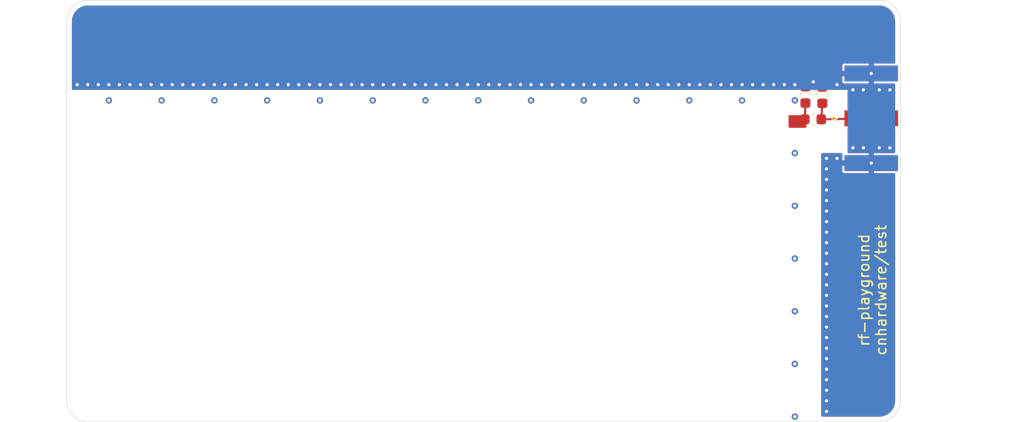
<source format=kicad_pcb>
(kicad_pcb (version 20241229) (generator "pcbnew") (generator_version "9.0")
  (layers (0 "F.Cu" signal) (2 "B.Cu" signal) (13 "F.Paste" user) (15 "B.Paste" user) (5 "F.SilkS" user "F.Silkscreen") (7 "B.SilkS" user "B.Silkscreen") (1 "F.Mask" user) (3 "B.Mask" user) (25 "Edge.Cuts" user))
  (net 0 "")
  (net 1 "Net-(J1-Pin_1)")
  (net 2 "GND")
  (net 3 "Net-(C2-Pad1)")
  (footprint "Capacitor_SMD:C_0603_1608Metric" (layer "F.Cu") (at 170.725 71.3)
    (property "Reference" "C2" (hide yes))
    (property "Value" "C")
    (fp_line (start -0.14058 -0.51) (end 0.14058 -0.51) (stroke (width 0.12)) (layer "F.SilkS"))
    (fp_line (start -0.14058 0.51) (end 0.14058 0.51) (stroke (width 0.12)) (layer "F.SilkS"))
    (pad "1" smd roundrect (at -0.775 0) (size 0.9 0.95) (layers "F.Cu" "F.Mask" "F.Paste") (net 3 "Net-(C2-Pad1)"))
    (pad "2" smd roundrect (at 0.775 0) (size 0.9 0.95) (layers "F.Cu" "F.Mask" "F.Paste") (net 1 "Net-(J1-Pin_1)"))
  )
  (footprint "Connector_Coaxial:SMA_Amphenol_132289_EdgeMount" (layer "F.Cu") (at 176.2375 71.2)
    (property "Reference" "J1" (hide yes))
    (property "Value" "SMA")
    (fp_line (start -3.71 -0.25) (end -3.71 0.25) (stroke (width 0.12)) (layer "F.SilkS"))
    (fp_line (start -3.71 0.25) (end -3.21 0) (stroke (width 0.12)) (layer "F.SilkS"))
    (fp_line (start -3.21 0) (end -3.71 -0.25) (stroke (width 0.12)) (layer "F.SilkS"))
    (pad "1" smd rect (at 0 0 90) (size 1.5 5.08) (layers "F.Cu" "F.Mask" "F.Paste") (net 1 "Net-(J1-Pin_1)"))
    (pad "2" smd rect (at 0 -4.25 90) (size 1.5 5.08) (layers "F.Cu" "F.Mask" "F.Paste") (net 2 "GND"))
    (pad "2" smd rect (at 0 -4.25 90) (size 1.5 5.08) (layers "B.Cu" "B.Mask" "B.Paste") (net 2 "GND"))
    (pad "2" smd rect (at 0 4.25 90) (size 1.5 5.08) (layers "F.Cu" "F.Mask" "F.Paste") (net 2 "GND"))
    (pad "2" smd rect (at 0 4.25 90) (size 1.5 5.08) (layers "B.Cu" "B.Mask" "B.Paste") (net 2 "GND"))
  )
  (footprint "Capacitor_SMD:C_0603_1608Metric" (layer "F.Cu") (at 171.6 69 90)
    (property "Reference" "C1" (hide yes))
    (property "Value" "C")
    (fp_line (start -0.14058 -0.51) (end 0.14058 -0.51) (stroke (width 0.12)) (layer "F.SilkS"))
    (fp_line (start -0.14058 0.51) (end 0.14058 0.51) (stroke (width 0.12)) (layer "F.SilkS"))
    (pad "1" smd roundrect (at -0.775 0 90) (size 0.9 0.95) (layers "F.Cu" "F.Mask" "F.Paste") (net 1 "Net-(J1-Pin_1)"))
    (pad "2" smd roundrect (at 0.775 0 90) (size 0.9 0.95) (layers "F.Cu" "F.Mask" "F.Paste") (net 2 "GND"))
  )
  (footprint "Capacitor_SMD:C_0603_1608Metric" (layer "F.Cu") (at 170 68.975 90)
    (property "Reference" "C3" (hide yes))
    (property "Value" "C")
    (fp_line (start -0.14058 -0.51) (end 0.14058 -0.51) (stroke (width 0.12)) (layer "F.SilkS"))
    (fp_line (start -0.14058 0.51) (end 0.14058 0.51) (stroke (width 0.12)) (layer "F.SilkS"))
    (pad "1" smd roundrect (at -0.775 0 90) (size 0.9 0.95) (layers "F.Cu" "F.Mask" "F.Paste") (net 3 "Net-(C2-Pad1)"))
    (pad "2" smd roundrect (at 0.775 0 90) (size 0.9 0.95) (layers "F.Cu" "F.Mask" "F.Paste") (net 2 "GND"))
  )
  (footprint "rf-playground:maskgrid" (layer "F.Cu") (at 133.7 80 90)
    (property "Reference" "A1" (hide yes))
    (property "Value" "~" (hide yes))
  )
  (footprint "rf-playground:maskgrid" (layer "B.Cu") (at 134.5 80 90)
    (property "Reference" "A1" (hide yes))
    (property "Value" "~" (hide yes))
  )
  (gr_rect (start 168.5 71) (end 170 72) (stroke (width 0.2)) (fill yes) (layer "F.Cu") (net 3))
  (gr_arc (start 100 62) (mid 100.585786 60.585786) (end 102 60) (stroke (width 0.05)) (layer "Edge.Cuts"))
  (gr_line (start 177 100) (end 102 100) (stroke (width 0.05)) (layer "Edge.Cuts"))
  (gr_line (start 179 62) (end 179 98) (stroke (width 0.05)) (layer "Edge.Cuts"))
  (gr_line (start 100 98) (end 100 62) (stroke (width 0.05)) (layer "Edge.Cuts"))
  (gr_line (start 102 60) (end 177 60) (stroke (width 0.05)) (layer "Edge.Cuts"))
  (gr_arc (start 177 60) (mid 178.414214 60.585786) (end 179 62) (stroke (width 0.05)) (layer "Edge.Cuts"))
  (gr_arc (start 179 98) (mid 178.414214 99.414214) (end 177 100) (stroke (width 0.05)) (layer "Edge.Cuts"))
  (gr_arc (start 102 100) (mid 100.585786 99.414214) (end 100 98) (stroke (width 0.05)) (layer "Edge.Cuts"))
  (gr_text "rf-playground\ncnhardware/test" (at 177.75 87.5 90) (layer "F.SilkS") (effects (font (size 1 1)) (justify bottom)))
  (via (at 154 69.5) (size 0.6) (drill 0.3) (layers "F.Cu" "B.Cu") (net 0))
  (via (at 139 69.5) (size 0.6) (drill 0.3) (layers "F.Cu" "B.Cu") (net 0))
  (via (at 119 69.5) (size 0.6) (drill 0.3) (layers "F.Cu" "B.Cu") (net 0))
  (via (at 164 69.5) (size 0.6) (drill 0.3) (layers "F.Cu" "B.Cu") (net 0))
  (via (at 169 69.5) (size 0.6) (drill 0.3) (layers "F.Cu" "B.Cu") (net 0))
  (via (at 169 84.5) (size 0.6) (drill 0.3) (layers "F.Cu" "B.Cu") (net 0))
  (via (at 124 69.5) (size 0.6) (drill 0.3) (layers "F.Cu" "B.Cu") (net 0))
  (via (at 114 69.5) (size 0.6) (drill 0.3) (layers "F.Cu" "B.Cu") (net 0))
  (via (at 169 79.5) (size 0.6) (drill 0.3) (layers "F.Cu" "B.Cu") (net 0))
  (via (at 104 69.5) (size 0.6) (drill 0.3) (layers "F.Cu" "B.Cu") (net 0))
  (via (at 169 89.5) (size 0.6) (drill 0.3) (layers "F.Cu" "B.Cu") (net 0))
  (via (at 169 74.5) (size 0.6) (drill 0.3) (layers "F.Cu" "B.Cu") (net 0))
  (via (at 169 99.5) (size 0.6) (drill 0.3) (layers "F.Cu" "B.Cu") (net 0))
  (via (at 144 69.5) (size 0.6) (drill 0.3) (layers "F.Cu" "B.Cu") (net 0))
  (via (at 134 69.5) (size 0.6) (drill 0.3) (layers "F.Cu" "B.Cu") (net 0))
  (via (at 159 69.5) (size 0.6) (drill 0.3) (layers "F.Cu" "B.Cu") (net 0))
  (via (at 129 69.5) (size 0.6) (drill 0.3) (layers "F.Cu" "B.Cu") (net 0))
  (via (at 149 69.5) (size 0.6) (drill 0.3) (layers "F.Cu" "B.Cu") (net 0))
  (via (at 169 94.5) (size 0.6) (drill 0.3) (layers "F.Cu" "B.Cu") (net 0))
  (via (at 109 69.5) (size 0.6) (drill 0.3) (layers "F.Cu" "B.Cu") (net 0))
  (segment (start 171.6 69.775) (end 171.5 71.3) (width 0.2) (layer "F.Cu") (net 1))
  (segment (start 176.2375 71.2) (end 171.5 71.3) (width 0.2) (layer "F.Cu") (net 1))
  (segment (start 170 68.2) (end 171.6 68.225) (width 0.2) (layer "F.Cu") (net 2))
  (via (at 160 68) (size 0.6) (drill 0.3) (layers "F.Cu" "B.Cu") (net 2))
  (via (at 102 68) (size 0.6) (drill 0.3) (layers "F.Cu" "B.Cu") (net 2))
  (via (at 172 98) (size 0.6) (drill 0.3) (layers "F.Cu" "B.Cu") (net 2))
  (via (at 149 68) (size 0.6) (drill 0.3) (layers "F.Cu" "B.Cu") (net 2))
  (via (at 172 89) (size 0.6) (drill 0.3) (layers "F.Cu" "B.Cu") (net 2))
  (via (at 172 84) (size 0.6) (drill 0.3) (layers "F.Cu" "B.Cu") (net 2))
  (via (at 130 68) (size 0.6) (drill 0.3) (layers "F.Cu" "B.Cu") (net 2))
  (via (at 176.2375 75.45) (size 0.6) (drill 0.3) (layers "F.Cu" "B.Cu") (net 2))
  (via (at 172 78) (size 0.6) (drill 0.3) (layers "F.Cu" "B.Cu") (net 2))
  (via (at 115 68) (size 0.6) (drill 0.3) (layers "F.Cu" "B.Cu") (net 2))
  (via (at 101 68) (size 0.6) (drill 0.3) (layers "F.Cu" "B.Cu") (net 2))
  (via (at 111 68) (size 0.6) (drill 0.3) (layers "F.Cu" "B.Cu") (net 2))
  (via (at 172 95) (size 0.6) (drill 0.3) (layers "F.Cu" "B.Cu") (net 2))
  (via (at 172 77) (size 0.6) (drill 0.3) (layers "F.Cu" "B.Cu") (net 2))
  (via (at 141 68) (size 0.6) (drill 0.3) (layers "F.Cu" "B.Cu") (net 2))
  (via (at 164 68) (size 0.6) (drill 0.3) (layers "F.Cu" "B.Cu") (net 2))
  (via (at 177 68.5) (size 0.6) (drill 0.3) (layers "F.Cu" "B.Cu") (net 2))
  (via (at 172 96) (size 0.6) (drill 0.3) (layers "F.Cu" "B.Cu") (net 2))
  (via (at 172 91) (size 0.6) (drill 0.3) (layers "F.Cu" "B.Cu") (net 2))
  (via (at 136 68) (size 0.6) (drill 0.3) (layers "F.Cu" "B.Cu") (net 2))
  (via (at 172 88) (size 0.6) (drill 0.3) (layers "F.Cu" "B.Cu") (net 2))
  (via (at 140 68) (size 0.6) (drill 0.3) (layers "F.Cu" "B.Cu") (net 2))
  (via (at 126 68) (size 0.6) (drill 0.3) (layers "F.Cu" "B.Cu") (net 2))
  (via (at 157 68) (size 0.6) (drill 0.3) (layers "F.Cu" "B.Cu") (net 2))
  (via (at 104 68) (size 0.6) (drill 0.3) (layers "F.Cu" "B.Cu") (net 2))
  (via (at 116 68) (size 0.6) (drill 0.3) (layers "F.Cu" "B.Cu") (net 2))
  (via (at 155 68) (size 0.6) (drill 0.3) (layers "F.Cu" "B.Cu") (net 2))
  (via (at 172 75) (size 0.6) (drill 0.3) (layers "F.Cu" "B.Cu") (net 2))
  (via (at 172 93) (size 0.6) (drill 0.3) (layers "F.Cu" "B.Cu") (net 2))
  (via (at 145 68) (size 0.6) (drill 0.3) (layers "F.Cu" "B.Cu") (net 2))
  (via (at 166 68) (size 0.6) (drill 0.3) (layers "F.Cu" "B.Cu") (net 2))
  (via (at 172 83) (size 0.6) (drill 0.3) (layers "F.Cu" "B.Cu") (net 2))
  (via (at 153 68) (size 0.6) (drill 0.3) (layers "F.Cu" "B.Cu") (net 2))
  (via (at 142 68) (size 0.6) (drill 0.3) (layers "F.Cu" "B.Cu") (net 2))
  (via (at 117 68) (size 0.6) (drill 0.3) (layers "F.Cu" "B.Cu") (net 2))
  (via (at 172 94) (size 0.6) (drill 0.3) (layers "F.Cu" "B.Cu") (net 2))
  (via (at 172 99) (size 0.6) (drill 0.3) (layers "F.Cu" "B.Cu") (net 2))
  (via (at 163 68) (size 0.6) (drill 0.3) (layers "F.Cu" "B.Cu") (net 2))
  (via (at 107 68) (size 0.6) (drill 0.3) (layers "F.Cu" "B.Cu") (net 2))
  (via (at 134 68) (size 0.6) (drill 0.3) (layers "F.Cu" "B.Cu") (net 2))
  (via (at 144 68) (size 0.6) (drill 0.3) (layers "F.Cu" "B.Cu") (net 2))
  (via (at 114 68) (size 0.6) (drill 0.3) (layers "F.Cu" "B.Cu") (net 2))
  (via (at 108 68) (size 0.6) (drill 0.3) (layers "F.Cu" "B.Cu") (net 2))
  (via (at 124 68) (size 0.6) (drill 0.3) (layers "F.Cu" "B.Cu") (net 2))
  (via (at 172 87) (size 0.6) (drill 0.3) (layers "F.Cu" "B.Cu") (net 2))
  (via (at 175.5 74) (size 0.6) (drill 0.3) (layers "F.Cu" "B.Cu") (net 2))
  (via (at 128 68) (size 0.6) (drill 0.3) (layers "F.Cu" "B.Cu") (net 2))
  (via (at 159 68) (size 0.6) (drill 0.3) (layers "F.Cu" "B.Cu") (net 2))
  (via (at 119 68) (size 0.6) (drill 0.3) (layers "F.Cu" "B.Cu") (net 2))
  (via (at 105 68) (size 0.6) (drill 0.3) (layers "F.Cu" "B.Cu") (net 2))
  (via (at 178 74) (size 0.6) (drill 0.3) (layers "F.Cu" "B.Cu") (net 2))
  (via (at 138 68) (size 0.6) (drill 0.3) (layers "F.Cu" "B.Cu") (net 2))
  (via (at 143 68) (size 0.6) (drill 0.3) (layers "F.Cu" "B.Cu") (net 2))
  (via (at 172 80) (size 0.6) (drill 0.3) (layers "F.Cu" "B.Cu") (net 2))
  (via (at 178 68.5) (size 0.6) (drill 0.3) (layers "F.Cu" "B.Cu") (net 2))
  (via (at 170.75 67.75) (size 0.6) (drill 0.3) (layers "F.Cu" "B.Cu") (net 2))
  (via (at 158 68) (size 0.6) (drill 0.3) (layers "F.Cu" "B.Cu") (net 2))
  (via (at 106 68) (size 0.6) (drill 0.3) (layers "F.Cu" "B.Cu") (net 2))
  (via (at 135 68) (size 0.6) (drill 0.3) (layers "F.Cu" "B.Cu") (net 2))
  (via (at 120 68) (size 0.6) (drill 0.3) (layers "F.Cu" "B.Cu") (net 2))
  (via (at 172 82) (size 0.6) (drill 0.3) (layers "F.Cu" "B.Cu") (net 2))
  (via (at 172 76) (size 0.6) (drill 0.3) (layers "F.Cu" "B.Cu") (net 2))
  (via (at 129 68) (size 0.6) (drill 0.3) (layers "F.Cu" "B.Cu") (net 2))
  (via (at 147 68) (size 0.6) (drill 0.3) (layers "F.Cu" "B.Cu") (net 2))
  (via (at 133 68) (size 0.6) (drill 0.3) (layers "F.Cu" "B.Cu") (net 2))
  (via (at 176.2375 66.95) (size 0.6) (drill 0.3) (layers "F.Cu" "B.Cu") (net 2))
  (via (at 109 68) (size 0.6) (drill 0.3) (layers "F.Cu" "B.Cu") (net 2))
  (via (at 172 86) (size 0.6) (drill 0.3) (layers "F.Cu" "B.Cu") (net 2))
  (via (at 137 68) (size 0.6) (drill 0.3) (layers "F.Cu" "B.Cu") (net 2))
  (via (at 125 68) (size 0.6) (drill 0.3) (layers "F.Cu" "B.Cu") (net 2))
  (via (at 113 68) (size 0.6) (drill 0.3) (layers "F.Cu" "B.Cu") (net 2))
  (via (at 167 68) (size 0.6) (drill 0.3) (layers "F.Cu" "B.Cu") (net 2))
  (via (at 123 68) (size 0.6) (drill 0.3) (layers "F.Cu" "B.Cu") (net 2))
  (via (at 139 68) (size 0.6) (drill 0.3) (layers "F.Cu" "B.Cu") (net 2))
  (via (at 172 85) (size 0.6) (drill 0.3) (layers "F.Cu" "B.Cu") (net 2))
  (via (at 172 92) (size 0.6) (drill 0.3) (layers "F.Cu" "B.Cu") (net 2))
  (via (at 148 68) (size 0.6) (drill 0.3) (layers "F.Cu" "B.Cu") (net 2))
  (via (at 154 68) (size 0.6) (drill 0.3) (layers "F.Cu" "B.Cu") (net 2))
  (via (at 122 68) (size 0.6) (drill 0.3) (layers "F.Cu" "B.Cu") (net 2))
  (via (at 173 75) (size 0.6) (drill 0.3) (layers "F.Cu" "B.Cu") (net 2))
  (via (at 132 68) (size 0.6) (drill 0.3) (layers "F.Cu" "B.Cu") (net 2))
  (via (at 165 68) (size 0.6) (drill 0.3) (layers "F.Cu" "B.Cu") (net 2))
  (via (at 146 68) (size 0.6) (drill 0.3) (layers "F.Cu" "B.Cu") (net 2))
  (via (at 131 68) (size 0.6) (drill 0.3) (layers "F.Cu" "B.Cu") (net 2))
  (via (at 110 68) (size 0.6) (drill 0.3) (layers "F.Cu" "B.Cu") (net 2))
  (via (at 156 68) (size 0.6) (drill 0.3) (layers "F.Cu" "B.Cu") (net 2))
  (via (at 172 90) (size 0.6) (drill 0.3) (layers "F.Cu" "B.Cu") (net 2))
  (via (at 103 68) (size 0.6) (drill 0.3) (layers "F.Cu" "B.Cu") (net 2))
  (via (at 172 97) (size 0.6) (drill 0.3) (layers "F.Cu" "B.Cu") (net 2))
  (via (at 172 81) (size 0.6) (drill 0.3) (layers "F.Cu" "B.Cu") (net 2))
  (via (at 168 68) (size 0.6) (drill 0.3) (layers "F.Cu" "B.Cu") (net 2))
  (via (at 177 74) (size 0.6) (drill 0.3) (layers "F.Cu" "B.Cu") (net 2))
  (via (at 112 68) (size 0.6) (drill 0.3) (layers "F.Cu" "B.Cu") (net 2))
  (via (at 152 68) (size 0.6) (drill 0.3) (layers "F.Cu" "B.Cu") (net 2))
  (via (at 151 68) (size 0.6) (drill 0.3) (layers "F.Cu" "B.Cu") (net 2))
  (via (at 172 79) (size 0.6) (drill 0.3) (layers "F.Cu" "B.Cu") (net 2))
  (via (at 173 68) (size 0.6) (drill 0.3) (layers "F.Cu" "B.Cu") (net 2))
  (via (at 118 68) (size 0.6) (drill 0.3) (layers "F.Cu" "B.Cu") (net 2))
  (via (at 121 68) (size 0.6) (drill 0.3) (layers "F.Cu" "B.Cu") (net 2))
  (via (at 174.5 74) (size 0.6) (drill 0.3) (layers "F.Cu" "B.Cu") (net 2))
  (via (at 162 68) (size 0.6) (drill 0.3) (layers "F.Cu" "B.Cu") (net 2))
  (via (at 150 68) (size 0.6) (drill 0.3) (layers "F.Cu" "B.Cu") (net 2))
  (via (at 175.5 68.5) (size 0.6) (drill 0.3) (layers "F.Cu" "B.Cu") (net 2))
  (via (at 127 68) (size 0.6) (drill 0.3) (layers "F.Cu" "B.Cu") (net 2))
  (via (at 174.5 68.5) (size 0.6) (drill 0.3) (layers "F.Cu" "B.Cu") (net 2))
  (via (at 169 68) (size 0.6) (drill 0.3) (layers "F.Cu" "B.Cu") (net 2))
  (via (at 161 68) (size 0.6) (drill 0.3) (layers "F.Cu" "B.Cu") (net 2))
  (segment (start 176.2375 66.95) (end 176.2375 75.45) (width 0.2) (layer "B.Cu") (net 2))
  (segment (start 170 69.75) (end 169.95 71.3) (width 0.2) (layer "F.Cu") (net 3))
  (zone (net 2) (net_name "GND") (layers "F.Cu" "B.Cu") (priority 1) (connect_pads (clearance 0.2)) (min_thickness 0.2) (fill yes (thermal_gap 0.2) (thermal_bridge_width 0.5))
    (polygon (pts (xy 180 68.5) (xy 100 68.5) (xy 100 60) (xy 180 60)))
  )
  (zone (net 2) (net_name "GND") (layers "F.Cu" "B.Cu") (connect_pads (clearance 0.25)) (min_thickness 0.2) (fill yes (thermal_gap 0.2) (thermal_bridge_width 0.5))
    (polygon (pts (xy 171.5 74.5) (xy 174 74.5) (xy 174 68.5) (xy 180.5 68.5) (xy 180.5 100) (xy 171.5 100)))
  )
)
</source>
